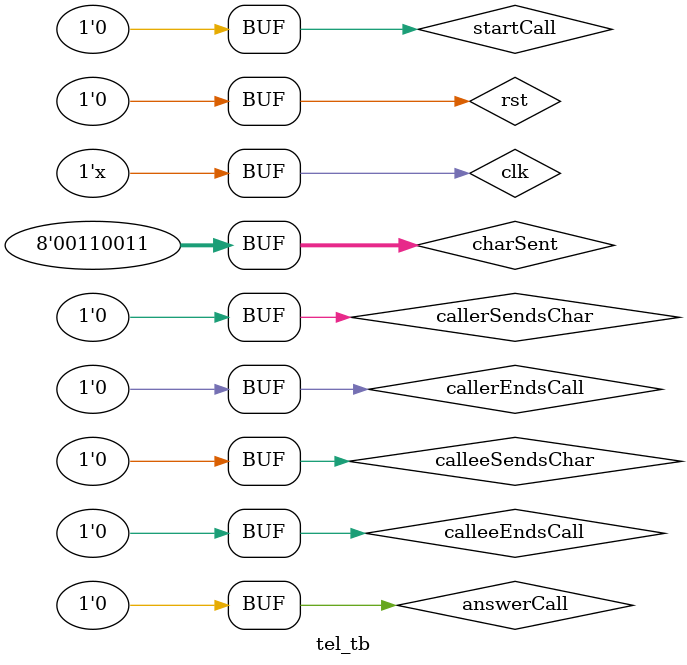
<source format=v>
`timescale 1ns / 1ps

module  tel_tb();

// I-O port names
reg clk;
reg rst;
reg startCall,answerCall;
reg callerEndsCall,calleeEndsCall;
reg callerSendsChar,calleeSendsChar;
reg [7:0] charSent;
wire[63:0] statusMsg;
wire[63:0] sentMsg;

// 100 MHz clock
always #5 clk = ~clk; 

initial begin
	// initialize every input to 0
	clk = 0;
	rst = 0;
	startCall = 0;
	answerCall = 0;
	callerEndsCall = 0;
	calleeEndsCall = 0;
	callerSendsChar = 0;
	calleeSendsChar = 0;
	charSent = " ";
	
	// Xilinx global reset time
	#100; 
	
	// reset your circuit
	rst=1; #20; rst=0; #20; rst=0;              // reset
	
	startCall=1; #10; startCall=0; #10;         // caller starts call
	#100;                                       // statusMsg displaying "RINGING " 
	                                            // no answer for 10 clock cycles (and go back to IDLE)
	#20;
	
	startCall=1; #10; startCall=0; #10;         // caller starts call
	#20;                                        // statusMsg displaying "RINGING " 
	callerEndsCall=1; #10; callerEndsCall=0; #10; // caller ends the call
	#20;                                        // statusMsg displaying "RINGING " 
	
	startCall=1; #10; startCall=0; #10;         // caller starts call
	#20;                                        // statusMsg displaying "RINGING " 
	calleeEndsCall=1; #10; calleeEndsCall=0; #10; // callee rejects the call
	#100;                                       // statusMsg displaying 'REJECTED' for 10 clock cycles
	#20;
	
	startCall=1; #10; startCall=0;              // caller starts call
	#20;                                        // statusMsg displaying "RINGING " 
	answerCall=1; #10; answerCall=0;            // callee answer call
	#20;                                        // statusMsg displaying "CALLER  " 
	
	callerSendsChar=1; charSent="T"; #10; callerSendsChar=0; #10; // caller sends "T", sentMsg displaying "       T", cost is 2 
	callerSendsChar=1; charSent="E"; #10; callerSendsChar=0; #10; // caller sends "E", sentMsg displaying "      TE", cost is 4 
	callerSendsChar=1; charSent="R"; #10; callerSendsChar=0; #10; // caller sends "R", sentMsg displaying "     TER", cost is 6 
	callerSendsChar=1; charSent="M"; #10; callerSendsChar=0; #10; // caller sends "M", sentMsg displaying "    TERM", cost is 8 
	callerSendsChar=1; charSent=" "; #10; callerSendsChar=0; #10; // caller sends " ", sentMsg displaying "   TERM ", cost is 10
	callerSendsChar=1; charSent= 12; #10; callerSendsChar=0; #10; // caller sends (invalid char), no change on sentMsg and cost
	callerSendsChar=1; charSent="P"; #10; callerSendsChar=0; #10; // caller sends "P", sentMsg displaying "  TERM P", cost is 12
	#10;
	#10;
	callerSendsChar=1; charSent="R"; #10; callerSendsChar=0; #10; // caller sends "R", sentMsg displaying " TERM PR", cost is 14
	callerSendsChar=1; charSent="O"; #10; callerSendsChar=0; #10; // caller sends "O", sentMsg displaying "TERM PR0", cost is 16
	callerSendsChar=1; charSent="J"; #10; callerSendsChar=0; #10; // caller sends "J", sentMsg displaying "ERM PR0J", cost is 18
	callerSendsChar=1; charSent="E"; #10; callerSendsChar=0; #10; // caller sends "E", sentMsg displaying "RM PR0JE", cost is 20
	callerSendsChar=1; charSent="C"; #10; callerSendsChar=0; #10; // caller sends "C", sentMsg displaying "M PR0JEC", cost is 22
	callerSendsChar=1; charSent="T"; #10; callerSendsChar=0; #10; // caller sends "T", sentMsg displaying " PROJECT", cost is 24
	#10;
	#10;
	callerSendsChar=1; charSent=127; #10; callerSendsChar=0; #10; // caller sends DEL to change turn, cost is 26
	#10;                                                        // statusMsg displaying "CALLEE  " 
	#10;
	calleeSendsChar=1; charSent="C"; #10; calleeSendsChar=0; #10; // callee sends "C", sentMsg displaying "       C", cost is 28 
	calleeSendsChar=1; charSent="S"; #10; calleeSendsChar=0; #10; // callee sends "S", sentMsg displaying "      CS", cost is 30 
	#10;
	calleeSendsChar=1; charSent="3"; #10; calleeSendsChar=0; #10; // callee sends "3", sentMsg displaying "     CS3", cost is 31
	calleeSendsChar=1; charSent="0"; #10; calleeSendsChar=0; #10; // callee sends "0", sentMsg displaying "    CS30", cost is 32
	calleeSendsChar=1; charSent="3"; #10; calleeSendsChar=0; #10; // callee sends "3", sentMsg displaying "   CS303", cost is 33
	#10;
	calleeEndsCall=1; #10; calleeEndsCall=0; // callee ends the call
	#50;	                               // statusMsg displaying "COST    ", sentMsg displaying "00000021"
end

// module instantiation
telephone_conversation uut   (clk,
           rst,
		   startCall,answerCall,
		   callerEndsCall,calleeEndsCall,
		   callerSendsChar,calleeSendsChar,
		   charSent,
		   statusMsg,
		   sentMsg);

endmodule

</source>
